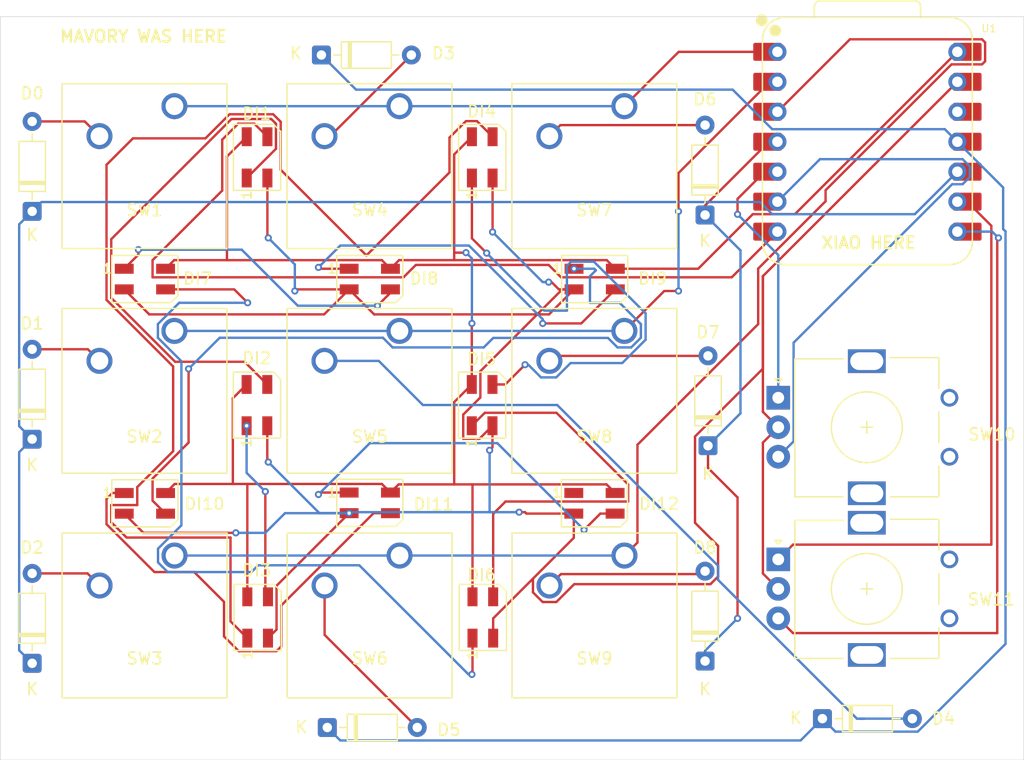
<source format=kicad_pcb>
(kicad_pcb (version 20241229) (generator "pcbnew") (generator_version "9.0")
  (layers (0 "F.Cu" signal) (2 "B.Cu" signal) (13 "F.Paste" user) (15 "B.Paste" user) (5 "F.SilkS" user "F.Silkscreen") (7 "B.SilkS" user "B.Silkscreen") (1 "F.Mask" user) (3 "B.Mask" user) (25 "Edge.Cuts" user))
  (net 0 "")
  (net 1 "Net-(D1-A)")
  (net 2 "SL2")
  (net 3 "Net-(D2-A)")
  (net 4 "Net-(D3-A)")
  (net 5 "Net-(D4-A)")
  (net 6 "+5V")
  (net 7 "Net-(D6-A)")
  (net 8 "Net-(D7-A)")
  (net 9 "Net-(D8-A)")
  (net 10 "SL1")
  (net 11 "led1")
  (net 12 "RA1")
  (net 13 "RA2")
  (net 14 "RA3")
  (net 15 "PIN B1")
  (net 16 "PIN A1")
  (net 17 "PIN A2")
  (net 18 "PIN B2")
  (net 19 "GND")
  (net 22 "Net-(D0-A)")
  (net 23 "Net-(D5-A)")
  (net 24 "SL3")
  (net 25 "Net-(DI1-DOUT)")
  (net 26 "Net-(DI2-DOUT)")
  (net 27 "Net-(DI3-DOUT)")
  (net 28 "Net-(DI4-DOUT)")
  (net 29 "Net-(DI5-DOUT)")
  (net 30 "Net-(DI6-DOUT)")
  (net 31 "Net-(DI7-DOUT)")
  (net 32 "Net-(DI8-DOUT)")
  (net 33 "Net-(DI10-DIN)")
  (net 34 "Net-(DI10-DOUT)")
  (net 35 "Net-(DI11-DOUT)")
  (footprint "Button_Switch_Keyboard:SW_Cherry_MX_1.00u_PCB" (layer "F.Cu") (at 107.05 64.585)
    (property "Reference" "SW1")
    (property "Value" "SW_Push" (hide yes))
  )
  (footprint "Button_Switch_Keyboard:SW_Cherry_MX_1.00u_PCB" (layer "F.Cu") (at 126.112 83.6345)
    (property "Reference" "SW5")
    (property "Value" "SW_Push" (hide yes))
  )
  (footprint "Diode_THT:D_DO-35_SOD27_P7.62mm_Horizontal" (layer "F.Cu") (at 152 111.62 90)
    (property "Reference" "D8")
    (property "Value" "1N4148" (hide yes))
  )
  (footprint "Rotary_Encoder:RotaryEncoder_Alps_EC11E_Vertical_H20mm" (layer "F.Cu") (at 158.2 89.3)
    (property "Reference" "SW10")
    (property "Value" "RotaryEncoder")
  )
  (footprint "Diode_THT:D_DO-35_SOD27_P7.62mm_Horizontal" (layer "F.Cu") (at 161.94 116.5)
    (property "Reference" "D4")
    (property "Value" "1N4148" (hide yes))
  )
  (footprint "LED_SMD:LED_SK6812MINI_PLCC4_3.5x3.5mm_P1.75mm" (layer "F.Cu") (at 104.55 79.24)
    (property "Reference" "DI7")
    (property "Value" "SK6812MINI" (hide yes))
  )
  (footprint "Button_Switch_Keyboard:SW_Cherry_MX_1.00u_PCB" (layer "F.Cu") (at 145.161 64.5845)
    (property "Reference" "SW7")
    (property "Value" "SW_Push" (hide yes))
  )
  (footprint "LED_SMD:LED_SK6812MINI_PLCC4_3.5x3.5mm_P1.75mm" (layer "F.Cu") (at 133.115 89.925 90)
    (property "Reference" "DI5")
    (property "Value" "SK6812MINI" (hide yes))
  )
  (footprint "Button_Switch_Keyboard:SW_Cherry_MX_1.00u_PCB" (layer "F.Cu") (at 107.051 83.6345)
    (property "Reference" "SW2")
    (property "Value" "SW_Push" (hide yes))
  )
  (footprint "LED_SMD:LED_SK6812MINI_PLCC4_3.5x3.5mm_P1.75mm" (layer "F.Cu") (at 123.6 79.24)
    (property "Reference" "DI8")
    (property "Value" "SK6812MINI" (hide yes))
  )
  (footprint "Diode_THT:D_DO-35_SOD27_P7.62mm_Horizontal" (layer "F.Cu") (at 120 117.25)
    (property "Reference" "D5")
    (property "Value" "1N4148" (hide yes))
  )
  (footprint "LED_SMD:LED_SK6812MINI_PLCC4_3.5x3.5mm_P1.75mm" (layer "F.Cu") (at 123.6 98.21)
    (property "Reference" "DI11")
    (property "Value" "SK6812MINI" (hide yes))
  )
  (footprint "Diode_THT:D_DO-35_SOD27_P7.62mm_Horizontal" (layer "F.Cu") (at 95 92.81 90)
    (property "Reference" "D1")
    (property "Value" "1N4148" (hide yes))
  )
  (footprint "LED_SMD:LED_SK6812MINI_PLCC4_3.5x3.5mm_P1.75mm" (layer "F.Cu") (at 114.04 89.925 90)
    (property "Reference" "DI2")
    (property "Value" "SK6812MINI" (hide yes))
  )
  (footprint "Rotary_Encoder:RotaryEncoder_Alps_EC11E_Vertical_H20mm" (layer "F.Cu") (at 158.2 103)
    (property "Reference" "SW11")
    (property "Value" "RotaryEncoder")
  )
  (footprint "LED_SMD:LED_SK6812MINI_PLCC4_3.5x3.5mm_P1.75mm" (layer "F.Cu") (at 142.63 98.245)
    (property "Reference" "DI12")
    (property "Value" "SK6812MINI" (hide yes))
  )
  (footprint "Button_Switch_Keyboard:SW_Cherry_MX_1.00u_PCB" (layer "F.Cu") (at 145.172 102.674)
    (property "Reference" "SW9")
    (property "Value" "SW_Push" (hide yes))
  )
  (footprint "Diode_THT:D_DO-35_SOD27_P7.62mm_Horizontal" (layer "F.Cu") (at 152.25 93.37 90)
    (property "Reference" "D7")
    (property "Value" "1N4148" (hide yes))
  )
  (footprint "Diode_THT:D_DO-35_SOD27_P7.62mm_Horizontal" (layer "F.Cu") (at 95 73.5 90)
    (property "Reference" "D0")
    (property "Value" "1N4148" (hide yes))
  )
  (footprint "Diode_THT:D_DO-35_SOD27_P7.62mm_Horizontal" (layer "F.Cu") (at 119.5 60.25)
    (property "Reference" "D3")
    (property "Value" "1N4148" (hide yes))
  )
  (footprint "sdfgfgdfgfd:XIAO-RP2040-DIP" (layer "F.Cu") (at 165.75 67.6)
    (property "Reference" "U1")
    (property "Value" "XIAO-RP2040-DIP")
  )
  (footprint "LED_SMD:LED_SK6812MINI_PLCC4_3.5x3.5mm_P1.75mm" (layer "F.Cu") (at 114.05 68.925 90)
    (property "Reference" "DI1")
    (property "Value" "SK6812MINI" (hide yes))
  )
  (footprint "LED_SMD:LED_SK6812MINI_PLCC4_3.5x3.5mm_P1.75mm" (layer "F.Cu") (at 133.125 68.925 90)
    (property "Reference" "DI4")
    (property "Value" "SK6812MINI" (hide yes))
  )
  (footprint "LED_SMD:LED_SK6812MINI_PLCC4_3.5x3.5mm_P1.75mm" (layer "F.Cu") (at 104.55 98.25)
    (property "Reference" "DI10")
    (property "Value" "SK6812MINI" (hide yes))
  )
  (footprint "Button_Switch_Keyboard:SW_Cherry_MX_1.00u_PCB" (layer "F.Cu") (at 145.162 83.634)
    (property "Reference" "SW8")
    (property "Value" "SW_Push" (hide yes))
  )
  (footprint "LED_SMD:LED_SK6812MINI_PLCC4_3.5x3.5mm_P1.75mm" (layer "F.Cu") (at 114.1 107.925 90)
    (property "Reference" "DI3")
    (property "Value" "SK6812MINI" (hide yes))
  )
  (footprint "Diode_THT:D_DO-35_SOD27_P7.62mm_Horizontal" (layer "F.Cu") (at 95 111.81 90)
    (property "Reference" "D2")
    (property "Value" "1N4148" (hide yes))
  )
  (footprint "Button_Switch_Keyboard:SW_Cherry_MX_1.00u_PCB" (layer "F.Cu") (at 126.122 102.6745)
    (property "Reference" "SW6")
    (property "Value" "SW_Push" (hide yes))
  )
  (footprint "LED_SMD:LED_SK6812MINI_PLCC4_3.5x3.5mm_P1.75mm" (layer "F.Cu") (at 142.65 79.24)
    (property "Reference" "DI9")
    (property "Value" "SK6812MINI" (hide yes))
  )
  (footprint "Diode_THT:D_DO-35_SOD27_P7.62mm_Horizontal" (layer "F.Cu") (at 152 73.81 90)
    (property "Reference" "D6")
    (property "Value" "1N4148" (hide yes))
  )
  (footprint "LED_SMD:LED_SK6812MINI_PLCC4_3.5x3.5mm_P1.75mm" (layer "F.Cu") (at 133.175 107.925 90)
    (property "Reference" "DI6")
    (property "Value" "SK6812MINI" (hide yes))
  )
  (footprint "Button_Switch_Keyboard:SW_Cherry_MX_1.00u_PCB" (layer "F.Cu") (at 107.061 102.6745)
    (property "Reference" "SW3")
    (property "Value" "SW_Push" (hide yes))
  )
  (footprint "Button_Switch_Keyboard:SW_Cherry_MX_1.00u_PCB" (layer "F.Cu") (at 126.111 64.585)
    (property "Reference" "SW4")
    (property "Value" "SW_Push" (hide yes))
  )
  (gr_rect (start 92.3 57) (end 179 120) (stroke (width 0.05)) (fill no) (layer "Edge.Cuts"))
  (gr_text "MAVORY WAS HERE" (at 97.25 59.25 0) (layer "F.SilkS") (effects (font (size 1 1) (thickness 0.2) (bold yes)) (justify left bottom)))
  (gr_text "XIAO HERE" (at 161.75 76.75 0) (layer "F.SilkS") (effects (font (size 1 1) (thickness 0.2) (bold yes)) (justify left bottom)))
  (segment (start 99.7165 85.19) (end 100.701 86.1745) (width 0.2) (layer "F.Cu") (net 1))
  (segment (start 95 85.19) (end 99.7165 85.19) (width 0.2) (layer "F.Cu") (net 1))
  (segment (start 93.899 74.601) (end 95 73.5) (width 0.2) (layer "B.Cu") (net 2))
  (segment (start 169.767 73.743) (end 173.37 70.14) (width 0.2) (layer "B.Cu") (net 2))
  (segment (start 95 111.81) (end 93.899 110.709) (width 0.2) (layer "B.Cu") (net 2))
  (segment (start 93.899 91.709) (end 93.899 74.601) (width 0.2) (layer "B.Cu") (net 2))
  (segment (start 93.899 93.911) (end 95 92.81) (width 0.2) (layer "B.Cu") (net 2))
  (segment (start 95 92.81) (end 93.899 91.709) (width 0.2) (layer "B.Cu") (net 2))
  (segment (start 156.65569 72.709) (end 157.68969 73.743) (width 0.2) (layer "B.Cu") (net 2))
  (segment (start 95 73.5) (end 95.791 72.709) (width 0.2) (layer "B.Cu") (net 2))
  (segment (start 93.899 110.709) (end 93.899 93.911) (width 0.2) (layer "B.Cu") (net 2))
  (segment (start 95.791 72.709) (end 156.65569 72.709) (width 0.2) (layer "B.Cu") (net 2))
  (segment (start 157.68969 73.743) (end 169.767 73.743) (width 0.2) (layer "B.Cu") (net 2))
  (segment (start 95 104.19) (end 99.6865 104.19) (width 0.2) (layer "F.Cu") (net 3))
  (segment (start 99.6865 104.19) (end 100.711 105.2145) (width 0.2) (layer "F.Cu") (net 3))
  (segment (start 120.245 67.125) (end 119.761 67.125) (width 0.2) (layer "F.Cu") (net 4))
  (segment (start 127.12 60.25) (end 120.245 67.125) (width 0.2) (layer "F.Cu") (net 4))
  (segment (start 164.860108 116.5) (end 153.101 104.740892) (width 0.2) (layer "B.Cu") (net 5))
  (segment (start 153.101 103.54395) (end 139.47255 89.9155) (width 0.2) (layer "B.Cu") (net 5))
  (segment (start 153.101 104.740892) (end 153.101 103.54395) (width 0.2) (layer "B.Cu") (net 5))
  (segment (start 124.356816 86.1745) (end 119.762 86.1745) (width 0.2) (layer "B.Cu") (net 5))
  (segment (start 165.25 116.5) (end 164.860108 116.5) (width 0.2) (layer "B.Cu") (net 5))
  (segment (start 165.25 116.5) (end 165.5 116.5) (width 0.2) (layer "B.Cu") (net 5))
  (segment (start 128.097816 89.9155) (end 124.356816 86.1745) (width 0.2) (layer "B.Cu") (net 5))
  (segment (start 169.56 116.5) (end 165.25 116.5) (width 0.2) (layer "B.Cu") (net 5))
  (segment (start 139.47255 89.9155) (end 128.097816 89.9155) (width 0.2) (layer "B.Cu") (net 5))
  (segment (start 165.25 116.5) (end 165 116.5) (width 0.2) (layer "B.Cu") (net 5))
  (segment (start 113.175 67.175) (end 111.5 68.85) (width 0.2) (layer "F.Cu") (net 6))
  (segment (start 125.35 78.365) (end 126.076 77.639) (width 0.2) (layer "F.Cu") (net 6))
  (segment (start 131.75 77) (end 130.75 77) (width 0.2) (layer "F.Cu") (net 6))
  (segment (start 132.25 96.644) (end 143.654 96.644) (width 0.2) (layer "F.Cu") (net 6))
  (segment (start 126.076 77.639) (end 130.75 77.639) (width 0.2) (layer "F.Cu") (net 6))
  (segment (start 132.3 96.694) (end 132.25 96.644) (width 0.2) (layer "F.Cu") (net 6))
  (segment (start 113.225 106.175) (end 113.225 96.634) (width 0.2) (layer "F.Cu") (net 6))
  (segment (start 130.75 89.665) (end 130.75 96.644) (width 0.2) (layer "F.Cu") (net 6))
  (segment (start 130.75 68.675) (end 130.75 77) (width 0.2) (layer "F.Cu") (net 6))
  (segment (start 159.607 73.743) (end 173.37 59.98) (width 0.2) (layer "F.Cu") (net 6))
  (segment (start 106.3 97.375) (end 107.066 96.609) (width 0.2) (layer "F.Cu") (net 6))
  (segment (start 112 89.34) (end 112 96.609) (width 0.2) (layer "F.Cu") (net 6))
  (segment (start 125.35 97.335) (end 126.041 96.644) (width 0.2) (layer "F.Cu") (net 6))
  (segment (start 143.674 77.639) (end 144.4 78.365) (width 0.2) (layer "F.Cu") (net 6))
  (segment (start 111.5 77.639) (end 124.624 77.639) (width 0.2) (layer "F.Cu") (net 6))
  (segment (start 113.225 96.634) (end 113.25 96.609) (width 0.2) (layer "F.Cu") (net 6))
  (segment (start 132.3 106.175) (end 132.3 96.694) (width 0.2) (layer "F.Cu") (net 6))
  (segment (start 132.24 83.01) (end 132.25 83) (width 0.2) (layer "F.Cu") (net 6))
  (segment (start 156.039374 73.743) (end 159.607 73.743) (width 0.2) (layer "F.Cu") (net 6))
  (segment (start 132.24 88.175) (end 132.24 83.01) (width 0.2) (layer "F.Cu") (net 6))
  (segment (start 124.624 96.609) (end 125.35 97.335) (width 0.2) (layer "F.Cu") (net 6))
  (segment (start 113.25 96.609) (end 124.624 96.609) (width 0.2) (layer "F.Cu") (net 6))
  (segment (start 144.4 78.365) (end 151.417374 78.365) (width 0.2) (layer "F.Cu") (net 6))
  (segment (start 130.75 96.644) (end 132.25 96.644) (width 0.2) (layer "F.Cu") (net 6))
  (segment (start 124.624 77.639) (end 125.35 78.365) (width 0.2) (layer "F.Cu") (net 6))
  (segment (start 107.066 96.609) (end 112 96.609) (width 0.2) (layer "F.Cu") (net 6))
  (segment (start 130.75 77.639) (end 143.674 77.639) (width 0.2) (layer "F.Cu") (net 6))
  (segment (start 106.3 78.365) (end 107.026 77.639) (width 0.2) (layer "F.Cu") (net 6))
  (segment (start 151.417374 78.365) (end 156.039374 73.743) (width 0.2) (layer "F.Cu") (net 6))
  (segment (start 143.654 96.644) (end 144.38 97.37) (width 0.2) (layer "F.Cu") (net 6))
  (segment (start 112 96.609) (end 113.25 96.609) (width 0.2) (layer "F.Cu") (net 6))
  (segment (start 111.5 68.85) (end 111.5 77.639) (width 0.2) (layer "F.Cu") (net 6))
  (segment (start 132.24 88.175) (end 130.75 89.665) (width 0.2) (layer "F.Cu") (net 6))
  (segment (start 113.165 88.175) (end 112 89.34) (width 0.2) (layer "F.Cu") (net 6))
  (segment (start 107.026 77.639) (end 111.5 77.639) (width 0.2) (layer "F.Cu") (net 6))
  (segment (start 132.25 67.175) (end 130.75 68.675) (width 0.2) (layer "F.Cu") (net 6))
  (segment (start 130.75 77) (end 130.75 77.639) (width 0.2) (layer "F.Cu") (net 6))
  (segment (start 126.041 96.644) (end 130.75 96.644) (width 0.2) (layer "F.Cu") (net 6))
  (via (at 132.25 83) (size 0.6) (drill 0.3) (layers "F.Cu" "B.Cu") (net 6))
  (via (at 131.75 77) (size 0.6) (drill 0.3) (layers "F.Cu" "B.Cu") (net 6))
  (segment (start 132.25 83) (end 132.25 77.5) (width 0.2) (layer "B.Cu") (net 6))
  (segment (start 132.25 77.5) (end 131.75 77) (width 0.2) (layer "B.Cu") (net 6))
  (segment (start 139.7455 66.19) (end 138.811 67.1245) (width 0.2) (layer "F.Cu") (net 7))
  (segment (start 152 66.19) (end 139.7455 66.19) (width 0.2) (layer "F.Cu") (net 7))
  (segment (start 152.25 85.75) (end 139.236 85.75) (width 0.2) (layer "F.Cu") (net 8))
  (segment (start 138.812 86.174) (end 139.486 85.5) (width 0.2) (layer "F.Cu") (net 8))
  (segment (start 139.236 85.75) (end 138.812 86.174) (width 0.2) (layer "F.Cu") (net 8))
  (segment (start 151.75 104.25) (end 139.786 104.25) (width 0.2) (layer "F.Cu") (net 9))
  (segment (start 139.786 104.25) (end 138.822 105.214) (width 0.2) (layer "F.Cu") (net 9))
  (segment (start 152 104) (end 151.75 104.25) (width 0.2) (layer "F.Cu") (net 9))
  (segment (start 119.5 60.25) (end 122.4335 63.1835) (width 0.2) (layer "B.Cu") (net 10))
  (segment (start 177.25 71.48) (end 173.37 67.6) (width 0.2) (layer "B.Cu") (net 10))
  (segment (start 154.33619 63.1835) (end 157.68969 66.537) (width 0.2) (layer "B.Cu") (net 10))
  (segment (start 157.68969 66.537) (end 172.307 66.537) (width 0.2) (layer "B.Cu") (net 10))
  (segment (start 177.451 75.201) (end 177.25 75) (width 0.2) (layer "B.Cu") (net 10))
  (segment (start 161.94 116.5) (end 163.041 117.601) (width 0.2) (layer "B.Cu") (net 10))
  (segment (start 172.307 66.537) (end 173.37 67.6) (width 0.2) (layer "B.Cu") (net 10))
  (segment (start 121.101 118.351) (end 160.089 118.351) (width 0.2) (layer "B.Cu") (net 10))
  (segment (start 160.089 118.351) (end 161.94 116.5) (width 0.2) (layer "B.Cu") (net 10))
  (segment (start 163.041 117.601) (end 170.01605 117.601) (width 0.2) (layer "B.Cu") (net 10))
  (segment (start 122.4335 63.1835) (end 154.33619 63.1835) (width 0.2) (layer "B.Cu") (net 10))
  (segment (start 120 117.25) (end 121.101 118.351) (width 0.2) (layer "B.Cu") (net 10))
  (segment (start 177.25 75) (end 177.25 71.48) (width 0.2) (layer "B.Cu") (net 10))
  (segment (start 170.01605 117.601) (end 177.451 110.16605) (width 0.2) (layer "B.Cu") (net 10))
  (segment (start 177.451 110.16605) (end 177.451 75.201) (width 0.2) (layer "B.Cu") (net 10))
  (segment (start 114.925 67.175) (end 113.824 66.074) (width 0.2) (layer "F.Cu") (net 11))
  (segment (start 126.451 79.091) (end 127.502 78.04) (width 0.2) (layer "F.Cu") (net 11))
  (segment (start 139.799 79.091) (end 154.259 79.091) (width 0.2) (layer "F.Cu") (net 11))
  (segment (start 154.259 79.091) (end 158.13 75.22) (width 0.2) (layer "F.Cu") (net 11))
  (segment (start 127.502 78.04) (end 138.748 78.04) (width 0.2) (layer "F.Cu") (net 11))
  (segment (start 105.199 77.639) (end 105.199 79.091) (width 0.2) (layer "F.Cu") (net 11))
  (segment (start 111.099 71.739) (end 105.199 77.639) (width 0.2) (layer "F.Cu") (net 11))
  (segment (start 113.824 66.074) (end 112.449 66.074) (width 0.2) (layer "F.Cu") (net 11))
  (segment (start 112.449 66.074) (end 111.099 67.424) (width 0.2) (layer "F.Cu") (net 11))
  (segment (start 138.748 78.04) (end 139.799 79.091) (width 0.2) (layer "F.Cu") (net 11))
  (segment (start 111.099 67.424) (end 111.099 71.739) (width 0.2) (layer "F.Cu") (net 11))
  (segment (start 105.199 79.091) (end 126.451 79.091) (width 0.2) (layer "F.Cu") (net 11))
  (segment (start 145.161 64.5845) (end 149.7655 59.98) (width 0.2) (layer "F.Cu") (net 12))
  (segment (start 149.7655 59.98) (end 158.13 59.98) (width 0.2) (layer "F.Cu") (net 12))
  (segment (start 145.1605 64.585) (end 145.161 64.5845) (width 0.2) (layer "B.Cu") (net 12))
  (segment (start 126.111 64.585) (end 145.1605 64.585) (width 0.2) (layer "B.Cu") (net 12))
  (segment (start 107.05 64.585) (end 126.111 64.585) (width 0.2) (layer "B.Cu") (net 12))
  (segment (start 149.75 73.5) (end 149.75 70.25) (width 0.2) (layer "F.Cu") (net 13))
  (segment (start 148.546 80.25) (end 149.75 80.25) (width 0.2) (layer "F.Cu") (net 13))
  (segment (start 145.162 83.634) (end 148.546 80.25) (width 0.2) (layer "F.Cu") (net 13))
  (segment (start 157.48 62.52) (end 158.13 62.52) (width 0.2) (layer "F.Cu") (net 13))
  (segment (start 149.75 70.25) (end 157.48 62.52) (width 0.2) (layer "F.Cu") (net 13))
  (via (at 149.75 80.25) (size 0.6) (drill 0.3) (layers "F.Cu" "B.Cu") (net 13))
  (via (at 149.75 73.5) (size 0.6) (drill 0.3) (layers "F.Cu" "B.Cu") (net 13))
  (segment (start 149.75 80.25) (end 149.75 73.5) (width 0.2) (layer "B.Cu") (net 13))
  (segment (start 145.162 83.634) (end 126.1125 83.634) (width 0.2) (layer "B.Cu") (net 13))
  (segment (start 107.051 83.6345) (end 126.112 83.6345) (width 0.2) (layer "B.Cu") (net 13))
  (segment (start 126.1125 83.634) (end 126.112 83.6345) (width 0.2) (layer "B.Cu") (net 13))
  (segment (start 175.460626 58.917) (end 164.273 58.917) (width 0.2) (layer "F.Cu") (net 14))
  (segment (start 146.271999 93.285051) (end 156.498 83.05905) (width 0.2) (layer "F.Cu") (net 14))
  (segment (start 145.172 102.674) (end 146.271999 101.574001) (width 0.2) (layer "F.Cu") (net 14))
  (segment (start 162.20855 72.64476) (end 162.20855 71.70855) (width 0.2) (layer "F.Cu") (net 14))
  (segment (start 156.498 83.05905) (end 156.498 78.35531) (width 0.2) (layer "F.Cu") (net 14))
  (segment (start 156.498 78.35531) (end 162.20855 72.64476) (width 0.2) (layer "F.Cu") (net 14))
  (segment (start 175.722 59.178374) (end 175.460626 58.917) (width 0.2) (layer "F.Cu") (net 14))
  (segment (start 172.8741 61.043) (end 175.460626 61.043) (width 0.2) (layer "F.Cu") (net 14))
  (segment (start 164.273 58.917) (end 158.13 65.06) (width 0.2) (layer "F.Cu") (net 14))
  (segment (start 175.722 60.781626) (end 175.722 59.178374) (width 0.2) (layer "F.Cu") (net 14))
  (segment (start 175.460626 61.043) (end 175.722 60.781626) (width 0.2) (layer "F.Cu") (net 14))
  (segment (start 146.271999 101.574001) (end 146.271999 93.285051) (width 0.2) (layer "F.Cu") (net 14))
  (segment (start 162.20855 71.70855) (end 172.8741 61.043) (width 0.2) (layer "F.Cu") (net 14))
  (segment (start 145.1715 102.6745) (end 145.172 102.674) (width 0.2) (layer "B.Cu") (net 14))
  (segment (start 107.061 102.6745) (end 145.1715 102.6745) (width 0.2) (layer "B.Cu") (net 14))
  (segment (start 173.81031 71.203) (end 174.433 70.58031) (width 0.2) (layer "B.Cu") (net 15))
  (segment (start 172.92969 71.203) (end 173.81031 71.203) (width 0.2) (layer "B.Cu") (net 15))
  (segment (start 173.81031 69.077) (end 161.733 69.077) (width 0.2) (layer "B.Cu") (net 15))
  (segment (start 174.433 69.69969) (end 173.81031 69.077) (width 0.2) (layer "B.Cu") (net 15))
  (segment (start 161.733 69.077) (end 158.13 72.68) (width 0.2) (layer "B.Cu") (net 15))
  (segment (start 159.5 93) (end 159.5 84.63269) (width 0.2) (layer "B.Cu") (net 15))
  (segment (start 159.5 84.63269) (end 172.92969 71.203) (width 0.2) (layer "B.Cu") (net 15))
  (segment (start 158.2 94.3) (end 159.5 93) (width 0.2) (layer "B.Cu") (net 15))
  (segment (start 174.433 70.58031) (end 174.433 69.69969) (width 0.2) (layer "B.Cu") (net 15))
  (segment (start 154.75 73.75) (end 154.75 72.44237) (width 0.2) (layer "F.Cu") (net 16))
  (segment (start 154.75 72.44237) (end 157.05237 70.14) (width 0.2) (layer "F.Cu") (net 16))
  (segment (start 157.05237 70.14) (end 158.13 70.14) (width 0.2) (layer "F.Cu") (net 16))
  (via (at 154.75 73.75) (size 0.6) (drill 0.3) (layers "F.Cu" "B.Cu") (net 16))
  (segment (start 158.2 77.2) (end 154.75 73.75) (width 0.2) (layer "B.Cu") (net 16))
  (segment (start 158.2 89.3) (end 158.2 77.2) (width 0.2) (layer "B.Cu") (net 16))
  (segment (start 176.25 101.75) (end 176.25 74.725) (width 0.2) (layer "F.Cu") (net 17))
  (segment (start 158.2 103) (end 159.45 101.75) (width 0.2) (layer "F.Cu") (net 17))
  (segment (start 176.25 74.725) (end 174.205 72.68) (width 0.2) (layer "F.Cu") (net 17))
  (segment (start 159.45 101.75) (end 176.25 101.75) (width 0.2) (layer "F.Cu") (net 17))
  (segment (start 159.45 109.25) (end 176.75 109.25) (width 0.2) (layer "F.Cu") (net 18))
  (segment (start 176.75 75.85) (end 176.85 75.75) (width 0.2) (layer "F.Cu") (net 18))
  (segment (start 176.75 109.25) (end 176.75 75.85) (width 0.2) (layer "F.Cu") (net 18))
  (segment (start 158.2 108) (end 159.45 109.25) (width 0.2) (layer "F.Cu") (net 18))
  (via (at 176.85 75.75) (size 0.6) (drill 0.3) (layers "F.Cu" "B.Cu") (net 18))
  (segment (start 176.32 75.22) (end 173.37 75.22) (width 0.2) (layer "B.Cu") (net 18))
  (segment (start 176.85 75.75) (end 176.32 75.22) (width 0.2) (layer "B.Cu") (net 18))
  (segment (start 132.966 87.049) (end 139.9 80.115) (width 0.2) (layer "F.Cu") (net 19))
  (segment (start 134.05 108.004686) (end 137.421 104.633686) (width 0.2) (layer "F.Cu") (net 19))
  (segment (start 137.421 105.794314) (end 137.421 104.633686) (width 0.2) (layer "F.Cu") (net 19))
  (segment (start 137.421 104.633686) (end 140.88 101.174686) (width 0.2) (layer "F.Cu") (net 19))
  (segment (start 153.101 101.851) (end 153.101 104.45605) (width 0.2) (layer "F.Cu") (net 19))
  (segment (start 115.701 105.234) (end 121.85 99.085) (width 0.2) (layer "F.Cu") (net 19))
  (segment (start 136.87 99.12) (end 140.88 99.12) (width 0.2) (layer "F.Cu") (net 19))
  (segment (start 138.241686 106.615) (end 137.421 105.794314) (width 0.2) (layer "F.Cu") (net 19))
  (segment (start 153.101 104.45605) (end 152.45605 105.101) (width 0.2) (layer "F.Cu") (net 19))
  (segment (start 104.425 100.75) (end 112.25 100.75) (width 0.2) (layer "F.Cu") (net 19))
  (segment (start 123.9685 82.2335) (end 138.7815 82.2335) (width 0.2) (layer "F.Cu") (net 19))
  (segment (start 114.915 94.665) (end 114.915 91.675) (width 0.2) (layer "F.Cu") (net 19))
  (segment (start 158.2 91.8) (end 156.899 90.499) (width 0.2) (layer "F.Cu") (net 19))
  (segment (start 158.2 105.5) (end 156.899 104.199) (width 0.2) (layer "F.Cu") (net 19))
  (segment (start 115.701 108.949) (end 115.701 105.234) (width 0.2) (layer "F.Cu") (net 19))
  (segment (start 114.925 70.675) (end 114.925 75.675) (width 0.2) (layer "F.Cu") (net 19))
  (segment (start 114.925 75.675) (end 115 75.75) (width 0.2) (layer "F.Cu") (net 19))
  (segment (start 136.75 99) (end 136.87 99.12) (width 0.2) (layer "F.Cu") (net 19))
  (segment (start 156.899 86.83484) (end 151.149 92.58484) (width 0.2) (layer "F.Cu") (net 19))
  (segment (start 136.25 99) (end 136.75 99) (width 0.2) (layer "F.Cu") (net 19))
  (segment (start 133.99 93.51) (end 133.99 91.675) (width 0.2) (layer "F.Cu") (net 19))
  (segment (start 114.975 109.675) (end 115.701 108.949) (width 0.2) (layer "F.Cu") (net 19))
  (segment (start 132.966 89.276) (end 132.966 87.049) (width 0.2) (layer "F.Cu") (net 19))
  (segment (start 133.75 93.75) (end 133.99 93.51) (width 0.2) (layer "F.Cu") (net 19))
  (segment (start 156.899 78.991) (end 156.899 86.83484) (width 0.2) (layer "F.Cu") (net 19))
  (segment (start 117.385 80.115) (end 121.85 80.115) (width 0.2) (layer "F.Cu") (net 19))
  (segment (start 104.9185 82.2335) (end 119.7315 82.2335) (width 0.2) (layer "F.Cu") (net 19))
  (segment (start 139.615 80.115) (end 140.9 80.115) (width 0.2) (layer "F.Cu") (net 19))
  (segment (start 139.402314 106.615) (end 138.241686 106.615) (width 0.2) (layer "F.Cu") (net 19))
  (segment (start 121.85 80.115) (end 123.9685 82.2335) (width 0.2) (layer "F.Cu") (net 19))
  (segment (start 131.514 90.728) (end 132.966 89.276) (width 0.2) (layer "F.Cu") (net 19))
  (segment (start 151.149 92.58484) (end 151.149 99.899) (width 0.2) (layer "F.Cu") (net 19))
  (segment (start 102.8 99.125) (end 104.425 100.75) (width 0.2) (layer "F.Cu") (net 19))
  (segment (start 132.889 92.776) (end 131.514 92.776) (width 0.2) (layer "F.Cu") (net 19))
  (segment (start 117.25 80.25) (end 117.385 80.115) (width 0.2) (layer "F.Cu") (net 19))
  (segment (start 134 70.675) (end 134 75.25) (width 0.2) (layer "F.Cu") (net 19))
  (segment (start 115 94.75) (end 114.915 94.665) (width 0.2) (layer "F.Cu") (net 19))
  (segment (start 152.45605 105.101) (end 140.916314 105.101) (width 0.2) (layer "F.Cu") (net 19))
  (segment (start 140.88 101.174686) (end 140.88 99.12) (width 0.2) (layer "F.Cu") (net 19))
  (segment (start 156.899 104.199) (end 156.899 93.101) (width 0.2) (layer "F.Cu") (net 19))
  (segment (start 156.899 93.101) (end 158.2 91.8) (width 0.2) (layer "F.Cu") (net 19))
  (segment (start 156.899 90.499) (end 156.899 78.991) (width 0.2) (layer "F.Cu") (net 19))
  (segment (start 131.514 92.776) (end 131.514 90.728) (width 0.2) (layer "F.Cu") (net 19))
  (segment (start 139.9 80.115) (end 140.9 80.115) (width 0.2) (layer "F.Cu") (net 19))
  (segment (start 119.7315 82.2335) (end 121.85 80.115) (width 0.2) (layer "F.Cu") (net 19))
  (segment (start 133.99 91.675) (end 132.889 92.776) (width 0.2) (layer "F.Cu") (net 19))
  (segment (start 134.05 109.675) (end 134.05 108.004686) (width 0.2) (layer "F.Cu") (net 19))
  (segment (start 151.149 99.899) (end 153.101 101.851) (width 0.2) (layer "F.Cu") (net 19))
  (segment (start 102.8 80.115) (end 104.9185 82.2335) (width 0.2) (layer "F.Cu") (net 19))
  (segment (start 139 79.5) (end 139.615 80.115) (width 0.2) (layer "F.Cu") (net 19))
  (segment (start 156.899 78.991) (end 173.37 62.52) (width 0.2) (layer "F.Cu") (net 19))
  (segment (start 138.7815 82.2335) (end 140.9 80.115) (width 0.2) (layer "F.Cu") (net 19))
  (segment (start 138.75 79.5) (end 139 79.5) (width 0.2) (layer "F.Cu") (net 19))
  (segment (start 140.916314 105.101) (end 139.402314 106.615) (width 0.2) (layer "F.Cu") (net 19))
  (via (at 112.25 100.75) (size 0.6) (drill 0.3) (layers "F.Cu" "B.Cu") (net 19))
  (via (at 134 75.25) (size 0.6) (drill 0.3) (layers "F.Cu" "B.Cu") (net 19))
  (via (at 133.75 93.75) (size 0.6) (drill 0.3) (layers "F.Cu" "B.Cu") (net 19))
  (via (at 136.25 99) (size 0.6) (drill 0.3) (layers "F.Cu" "B.Cu") (net 19))
  (via (at 115 94.75) (size 0.6) (drill 0.3) (layers "F.Cu" "B.Cu") (net 19))
  (via (at 117.25 80.25) (size 0.6) (drill 0.3) (layers "F.Cu" "B.Cu") (net 19))
  (via (at 121.85 99.085) (size 0.6) (drill 0.3) (layers "F.Cu" "B.Cu") (net 19))
  (via (at 115 75.75) (size 0.6) (drill 0.3) (layers "F.Cu" "B.Cu") (net 19))
  (via (at 138.75 79.5) (size 0.6) (drill 0.3) (layers "F.Cu" "B.Cu") (net 19))
  (segment (start 133.75 99) (end 136.25 99) (width 0.2) (layer "B.Cu") (net 19))
  (segment (start 121.85 99.085) (end 119.335 99.085) (width 0.2) (layer "B.Cu") (net 19))
  (segment (start 116.415 99.085) (end 121.85 99.085) (width 0.2) (layer "B.Cu") (net 19))
  (segment (start 112.25 100.75) (end 114.75 100.75) (width 0.2) (layer "B.Cu") (net 19))
  (segment (start 121.935 99) (end 133.75 99) (width 0.2) (layer "B.Cu") (net 19))
  (segment (start 117.25 78) (end 117.25 80.25) (width 0.2) (layer "B.Cu") (net 19))
  (segment (start 114.75 100.75) (end 116.415 99.085) (width 0.2) (layer "B.Cu") (net 19))
  (segment (start 133.75 99) (end 133.75 93.75) (width 0.2) (layer "B.Cu") (net 19))
  (segment (start 134 75.25) (end 138.25 79.5) (width 0.2) (layer "B.Cu") (net 19))
  (segment (start 119.335 99.085) (end 115 94.75) (width 0.2) (layer "B.Cu") (net 19))
  (segment (start 115 75.75) (end 117.25 78) (width 0.2) (layer "B.Cu") (net 19))
  (segment (start 138.25 79.5) (end 138.75 79.5) (width 0.2) (layer "B.Cu") (net 19))
  (segment (start 121.85 99.085) (end 121.935 99) (width 0.2) (layer "B.Cu") (net 19))
  (segment (start 99.455 65.88) (end 100.7 67.125) (width 0.2) (layer "F.Cu") (net 22))
  (segment (start 95 65.88) (end 99.455 65.88) (width 0.2) (layer "F.Cu") (net 22))
  (segment (start 119.772 109.402) (end 119.772 105.2145) (width 0.2) (layer "F.Cu") (net 23))
  (segment (start 127.62 117.25) (end 119.772 109.402) (width 0.2) (layer "F.Cu") (net 23))
  (segment (start 154.75 108) (end 154.75 97.75) (width 0.2) (layer "F.Cu") (net 24))
  (segment (start 154.75 97.75) (end 152.25 95.25) (width 0.2) (layer "F.Cu") (net 24))
  (segment (start 152.25 95.25) (end 152.25 93.37) (width 0.2) (layer "F.Cu") (net 24))
  (segment (start 152 73.01) (end 157.41 67.6) (width 0.2) (layer "F.Cu") (net 24))
  (segment (start 152 73.81) (end 152 73.01) (width 0.2) (layer "F.Cu") (net 24))
  (segment (start 157.41 67.6) (end 158.13 67.6) (width 0.2) (layer "F.Cu") (net 24))
  (via (at 154.75 108) (size 0.6) (drill 0.3) (layers "F.Cu" "B.Cu") (net 24))
  (segment (start 151.81 73.81) (end 151.75 73.75) (width 0.2) (layer "B.Cu") (net 24))
  (segment (start 155 76.81) (end 152 73.81) (width 0.2) (layer "B.Cu") (net 24))
  (segment (start 152.25 93.37) (end 155 90.62) (width 0.2) (layer "B.Cu") (net 24))
  (segment (start 155 90.62) (end 155 76.81) (width 0.2) (layer "B.Cu") (net 24))
  (segment (start 152 73.81) (end 151.81 73.81) (width 0.2) (layer "B.Cu") (net 24))
  (segment (start 152 110.75) (end 154.75 108) (width 0.2) (layer "B.Cu") (net 24))
  (segment (start 152 111.62) (end 152 110.75) (width 0.2) (layer "B.Cu") (net 24))
  (segment (start 111.88353 65.673) (end 101.699 75.85753) (width 0.2) (layer "F.Cu") (net 25))
  (segment (start 101.699 80.841) (end 107.108 86.25) (width 0.2) (layer "F.Cu") (net 25))
  (segment (start 107.108 86.25) (end 112.99 86.25) (width 0.2) (layer "F.Cu") (net 25))
  (segment (start 115.651 66.074) (end 115.25 65.673) (width 0.2) (layer "F.Cu") (net 25))
  (segment (start 115.651 68.199) (end 115.651 66.074) (width 0.2) (layer "F.Cu") (net 25))
  (segment (start 115.25 65.673) (end 111.88353 65.673) (width 0.2) (layer "F.Cu") (net 25))
  (segment (start 113.175 70.675) (end 115.651 68.199) (width 0.2) (layer "F.Cu") (net 25))
  (segment (start 101.699 75.85753) (end 101.699 80.841) (width 0.2) (layer "F.Cu") (net 25))
  (segment (start 112.99 86.25) (end 114.915 88.175) (width 0.2) (layer "F.Cu") (net 25))
  (segment (start 114.75 105.95) (end 114.75 97.25) (width 0.2) (layer "F.Cu") (net 26))
  (segment (start 114.975 106.175) (end 114.75 105.95) (width 0.2) (layer "F.Cu") (net 26))
  (via (at 113.165 91.675) (size 0.6) (drill 0.3) (layers "F.Cu" "B.Cu") (net 26))
  (via (at 114.75 97.25) (size 0.6) (drill 0.3) (layers "F.Cu" "B.Cu") (net 26))
  (segment (start 113.165 95.665) (end 113.165 91.675) (width 0.2) (layer "B.Cu") (net 26))
  (segment (start 114.75 97.25) (end 113.165 95.665) (width 0.2) (layer "B.Cu") (net 26))
  (segment (start 101.298 81.0071) (end 101.298 69.552184) (width 0.2) (layer "F.Cu") (net 27))
  (segment (start 102.999 101.151) (end 101.699 99.851) (width 0.2) (layer "F.Cu") (net 27))
  (segment (start 130.349 67.249) (end 131.745907 65.852093) (width 0.2) (layer "F.Cu") (net 27))
  (segment (start 116.052 65.9079) (end 116.052 69.975) (width 0.2) (layer "F.Cu") (net 27))
  (segment (start 106.9419 86.651) (end 101.298 81.0071) (width 0.2) (layer "F.Cu") (net 27))
  (segment (start 132.677093 65.852093) (end 134 67.175) (width 0.2) (layer "F.Cu") (net 27))
  (segment (start 101.699 99.851) (end 101.699 98.399) (width 0.2) (layer "F.Cu") (net 27))
  (segment (start 101.298 69.552184) (end 103.536184 67.314) (width 0.2) (layer "F.Cu") (net 27))
  (segment (start 115.4161 65.272) (end 116.052 65.9079) (width 0.2) (layer "F.Cu") (net 27))
  (segment (start 109.67543 67.314) (end 111.71743 65.272) (width 0.2) (layer "F.Cu") (net 27))
  (segment (start 101.699 98.399) (end 103.901 98.399) (width 0.2) (layer "F.Cu") (net 27))
  (segment (start 131.745907 65.852093) (end 132.677093 65.852093) (width 0.2) (layer "F.Cu") (net 27))
  (segment (start 106.9419 93.831) (end 106.9419 86.651) (width 0.2) (layer "F.Cu") (net 27))
  (segment (start 116.052 69.975) (end 123.315 77.238) (width 0.2) (layer "F.Cu") (net 27))
  (segment (start 103.536184 67.314) (end 109.67543 67.314) (width 0.2) (layer "F.Cu") (net 27))
  (segment (start 123.315 77.238) (end 130.349 70.204) (width 0.2) (layer "F.Cu") (net 27))
  (segment (start 103.901 96.8719) (end 106.9419 93.831) (width 0.2) (layer "F.Cu") (net 27))
  (segment (start 111.71743 65.272) (end 115.4161 65.272) (width 0.2) (layer "F.Cu") (net 27))
  (segment (start 111.801057 101.151) (end 102.999 101.151) (width 0.2) (layer "F.Cu") (net 27))
  (segment (start 103.901 98.399) (end 103.901 96.8719) (width 0.2) (layer "F.Cu") (net 27))
  (segment (start 111.801057 108.251057) (end 111.801057 101.151) (width 0.2) (layer "F.Cu") (net 27))
  (segment (start 130.349 70.204) (end 130.349 67.249) (width 0.2) (layer "F.Cu") (net 27))
  (segment (start 113.225 109.675) (end 111.801057 108.251057) (width 0.2) (layer "F.Cu") (net 27))
  (segment (start 132.25 75.789) (end 133.5 77.039) (width 0.2) (layer "F.Cu") (net 28))
  (segment (start 136.75 86.5) (end 135.075 88.175) (width 0.2) (layer "F.Cu") (net 28))
  (segment (start 135.075 88.175) (end 133.99 88.175) (width 0.2) (layer "F.Cu") (net 28))
  (segment (start 132.25 70.675) (end 132.25 75.789) (width 0.2) (layer "F.Cu") (net 28))
  (via (at 136.75 86.5) (size 0.6) (drill 0.3) (layers "F.Cu" "B.Cu") (net 28))
  (via (at 133.5 77.039) (size 0.6) (drill 0.3) (layers "F.Cu" "B.Cu") (net 28))
  (segment (start 133.5 77.039) (end 138.378 81.917) (width 0.2) (layer "B.Cu") (net 28))
  (segment (start 144.981414 86.363) (end 140.604314 86.363) (width 0.2) (layer "B.Cu") (net 28))
  (segment (start 138.378 81.917) (end 140.299 81.917) (width 0.2) (layer "B.Cu") (net 28))
  (segment (start 140.604314 86.363) (end 139.392314 87.575) (width 0.2) (layer "B.Cu") (net 28))
  (segment (start 138.10147 87.575) (end 137.02647 86.5) (width 0.2) (layer "B.Cu") (net 28))
  (segment (start 140.651057 77.764) (end 142.5811 77.764) (width 0.2) (layer "B.Cu") (net 28))
  (segment (start 139.392314 87.575) (end 138.10147 87.575) (width 0.2) (layer "B.Cu") (net 28))
  (segment (start 137.02647 86.5) (end 136.75 86.5) (width 0.2) (layer "B.Cu") (net 28))
  (segment (start 142.5811 77.764) (end 146.964 82.1469) (width 0.2) (layer "B.Cu") (net 28))
  (segment (start 140.299 81.917) (end 140.299 78.116057) (width 0.2) (layer "B.Cu") (net 28))
  (segment (start 140.299 78.116057) (end 140.651057 77.764) (width 0.2) (layer "B.Cu") (net 28))
  (segment (start 146.964 84.380414) (end 144.981414 86.363) (width 0.2) (layer "B.Cu") (net 28))
  (segment (start 146.964 82.1469) (end 146.964 84.380414) (width 0.2) (layer "B.Cu") (net 28))
  (segment (start 134.05 106.175) (end 134.05 99.147) (width 0.2) (layer "F.Cu") (net 29))
  (segment (start 145.481 98.096) (end 145.481 96.644) (width 0.2) (layer "F.Cu") (net 29))
  (segment (start 135.101 98.096) (end 145.481 98.096) (width 0.2) (layer "F.Cu") (net 29))
  (segment (start 133.341 90.574) (end 132.24 91.675) (width 0.2) (layer "F.Cu") (net 29))
  (segment (start 145.481 96.644) (end 139.411 90.574) (width 0.2) (layer "F.Cu") (net 29))
  (segment (start 139.411 90.574) (end 133.341 90.574) (width 0.2) (layer "F.Cu") (net 29))
  (segment (start 134.05 99.147) (end 135.101 98.096) (width 0.2) (layer "F.Cu") (net 29))
  (segment (start 132.25 112.75) (end 132.25 112.5) (width 0.2) (layer "F.Cu") (net 30))
  (segment (start 106.3 80.115) (end 112.115 80.115) (width 0.2) (layer "F.Cu") (net 30))
  (segment (start 132.25 112.5) (end 132.3 112.45) (width 0.2) (layer "F.Cu") (net 30))
  (segment (start 112.115 80.115) (end 113.25 81.25) (width 0.2) (layer "F.Cu") (net 30))
  (segment (start 132.3 112.45) (end 132.3 109.675) (width 0.2) (layer "F.Cu") (net 30))
  (via (at 113.25 81.25) (size 0.6) (drill 0.3) (layers "F.Cu" "B.Cu") (net 30))
  (via (at 132.25 112.75) (size 0.6) (drill 0.3) (layers "F.Cu" "B.Cu") (net 30))
  (segment (start 105.65 83.054186) (end 105.65 84.214814) (width 0.2) (layer "B.Cu") (net 30))
  (segment (start 105.66 102.094186) (end 105.66 103.254814) (width 0.2) (layer "B.Cu") (net 30))
  (segment (start 113.25 81.25) (end 107.454186 81.25) (width 0.2) (layer "B.Cu") (net 30))
  (segment (start 122.70903 103.5) (end 131.95903 112.75) (width 0.2) (layer "B.Cu") (net 30))
  (segment (start 105.65 84.214814) (end 107.641314 86.206128) (width 0.2) (layer "B.Cu") (net 30))
  (segment (start 107.641314 100.112872) (end 105.66 102.094186) (width 0.2) (layer "B.Cu") (net 30))
  (segment (start 105.66 103.254814) (end 106.480686 104.0755) (width 0.2) (layer "B.Cu") (net 30))
  (segment (start 107.641314 86.206128) (end 107.641314 100.112872) (width 0.2) (layer "B.Cu") (net 30))
  (segment (start 106.480686 104.0755) (end 113.574557 104.0755) (width 0.2) (layer "B.Cu") (net 30))
  (segment (start 114.150057 103.5) (end 122.70903 103.5) (width 0.2) (layer "B.Cu") (net 30))
  (segment (start 131.95903 112.75) (end 132.25 112.75) (width 0.2) (layer "B.Cu") (net 30))
  (segment (start 113.574557 104.0755) (end 114.150057 103.5) (width 0.2) (layer "B.Cu") (net 30))
  (segment (start 107.454186 81.25) (end 105.65 83.054186) (width 0.2) (layer "B.Cu") (net 30))
  (segment (start 125.35 80.115) (end 125.35 80.4) (width 0.2) (layer "F.Cu") (net 31))
  (segment (start 104 77.165) (end 102.8 78.365) (width 0.2) (layer "F.Cu") (net 31))
  (segment (start 104 76.75) (end 104 77.165) (width 0.2) (layer "F.Cu") (net 31))
  (segment (start 125.35 80.4) (end 124.25 81.5) (width 0.2) (layer "F.Cu") (net 31))
  (via (at 104 76.75) (size 0.6) (drill 0.3) (layers "F.Cu" "B.Cu") (net 31))
  (via (at 124.25 81.5) (size 0.6) (drill 0.3) (layers "F.Cu" "B.Cu") (net 31))
  (segment (start 124.25 81.5) (end 117.5 81.5) (width 0.2) (layer "B.Cu") (net 31))
  (segment (start 112.75 76.75) (end 104 76.75) (width 0.2) (layer "B.Cu") (net 31))
  (segment (start 117.5 81.5) (end 112.75 76.75) (width 0.2) (layer "B.Cu") (net 31))
  (segment (start 119.25 78.25) (end 119.365 78.365) (width 0.2) (layer "F.Cu") (net 32))
  (segment (start 141.515 83) (end 138.25 83) (width 0.2) (layer "F.Cu") (net 32))
  (segment (start 119.365 78.365) (end 121.85 78.365) (width 0.2) (layer "F.Cu") (net 32))
  (segment (start 144.4 80.115) (end 141.515 83) (width 0.2) (layer "F.Cu") (net 32))
  (via (at 119.25 78.25) (size 0.6) (drill 0.3) (layers "F.Cu" "B.Cu") (net 32))
  (via (at 138.25 83) (size 0.6) (drill 0.3) (layers "F.Cu" "B.Cu") (net 32))
  (segment (start 121.101 76.399) (end 119.25 78.25) (width 0.2) (layer "B.Cu") (net 32))
  (segment (start 131.998943 76.399) (end 121.101 76.399) (width 0.2) (layer "B.Cu") (net 32))
  (segment (start 138.25 82.650057) (end 131.998943 76.399) (width 0.2) (layer "B.Cu") (net 32))
  (segment (start 138.25 83) (end 138.25 82.650057) (width 0.2) (layer "B.Cu") (net 32))
  (segment (start 105.199 96.15) (end 108.25 93.099) (width 0.2) (layer "F.Cu") (net 33))
  (segment (start 106.3 99.125) (end 105.199 98.024) (width 0.2) (layer "F.Cu") (net 33))
  (segment (start 105.199 98.024) (end 105.199 96.15) (width 0.2) (layer "F.Cu") (net 33))
  (segment (start 108.25 93.099) (end 108.25 86.85) (width 0.2) (layer "F.Cu") (net 33))
  (via (at 140.9 78.365) (size 0.6) (drill 0.3) (layers "F.Cu" "B.Cu") (net 33))
  (via (at 108.25 86.85) (size 0.6) (drill 0.3) (layers "F.Cu" "B.Cu") (net 33))
  (segment (start 124.711 84.214814) (end 125.531686 85.0355) (width 0.2) (layer "B.Cu") (net 33))
  (segment (start 142.25 79) (end 142.75 78.5) (width 0.2) (layer "B.Cu") (net 33))
  (segment (start 108.25 86.85) (end 110.885186 84.214814) (width 0.2) (layer "B.Cu") (net 33))
  (segment (start 142.25 81.25) (end 142.25 79) (width 0.2) (layer "B.Cu") (net 33))
  (segment (start 146.563 84.214314) (end 146.563 83.053686) (width 0.2) (layer "B.Cu") (net 33))
  (segment (start 142.75 78.5) (end 142.615 78.365) (width 0.2) (layer "B.Cu") (net 33))
  (segment (start 110.885186 84.214814) (end 124.711 84.214814) (width 0.2) (layer "B.Cu") (net 33))
  (segment (start 134.058343 84.226657) (end 143.773343 84.226657) (width 0.2) (layer "B.Cu") (net 33))
  (segment (start 125.531686 85.0355) (end 133.2495 85.0355) (width 0.2) (layer "B.Cu") (net 33))
  (segment (start 144.581686 85.035) (end 145.742314 85.035) (width 0.2) (layer "B.Cu") (net 33))
  (segment (start 146.563 83.053686) (end 144.759314 81.25) (width 0.2) (layer "B.Cu") (net 33))
  (segment (start 144.759314 81.25) (end 142.25 81.25) (width 0.2) (layer "B.Cu") (net 33))
  (segment (start 145.742314 85.035) (end 146.563 84.214314) (width 0.2) (layer "B.Cu") (net 33))
  (segment (start 142.615 78.365) (end 140.9 78.365) (width 0.2) (layer "B.Cu") (net 33))
  (segment (start 143.773343 84.226657) (end 144.581686 85.035) (width 0.2) (layer "B.Cu") (net 33))
  (segment (start 133.2495 85.0355) (end 134.058343 84.226657) (width 0.2) (layer "B.Cu") (net 33))
  (segment (start 102.8 97.375) (end 101.8 97.375) (width 0.2) (layer "F.Cu") (net 34))
  (segment (start 111.25 106.599) (end 111.25 109.527) (width 0.2) (layer "F.Cu") (net 34))
  (segment (start 111.25 109.527) (end 112.499 110.776) (width 0.2) (layer "F.Cu") (net 34))
  (segment (start 101.8 97.375) (end 101.298 97.877) (width 0.2) (layer "F.Cu") (net 34))
  (segment (start 115.701 110.776) (end 116.102 110.375) (width 0.2) (layer "F.Cu") (net 34))
  (segment (start 101.298 100.0171) (end 105.3564 104.0755) (width 0.2) (layer "F.Cu") (net 34))
  (segment (start 108.7265 104.0755) (end 111.25 106.599) (width 0.2) (layer "F.Cu") (net 34))
  (segment (start 101.298 97.877) (end 101.298 100.0171) (width 0.2) (layer "F.Cu") (net 34))
  (segment (start 116.102 106.903186) (end 123.920186 99.085) (width 0.2) (layer "F.Cu") (net 34))
  (segment (start 105.3564 104.0755) (end 108.7265 104.0755) (width 0.2) (layer "F.Cu") (net 34))
  (segment (start 112.499 110.776) (end 115.701 110.776) (width 0.2) (layer "F.Cu") (net 34))
  (segment (start 123.920186 99.085) (end 125.35 99.085) (width 0.2) (layer "F.Cu") (net 34))
  (segment (start 116.102 110.375) (end 116.102 106.903186) (width 0.2) (layer "F.Cu") (net 34))
  (segment (start 119.415 97.335) (end 121.85 97.335) (width 0.2) (layer "F.Cu") (net 35))
  (segment (start 144.38 99.12) (end 143.13 99.12) (width 0.2) (layer "F.Cu") (net 35))
  (segment (start 143.13 99.12) (end 141.75 100.5) (width 0.2) (layer "F.Cu") (net 35))
  (segment (start 119.25 97.5) (end 119.415 97.335) (width 0.2) (layer "F.Cu") (net 35))
  (via (at 119.25 97.5) (size 0.6) (drill 0.3) (layers "F.Cu" "B.Cu") (net 35))
  (via (at 141.75 100.5) (size 0.6) (drill 0.3) (layers "F.Cu" "B.Cu") (net 35))
  (segment (start 134.399 93.149) (end 123.601 93.149) (width 0.2) (layer "B.Cu") (net 35))
  (segment (start 123.601 93.149) (end 119.25 97.5) (width 0.2) (layer "B.Cu") (net 35))
  (segment (start 141.75 100.5) (end 134.399 93.149) (width 0.2) (layer "B.Cu") (net 35))
)
</source>
